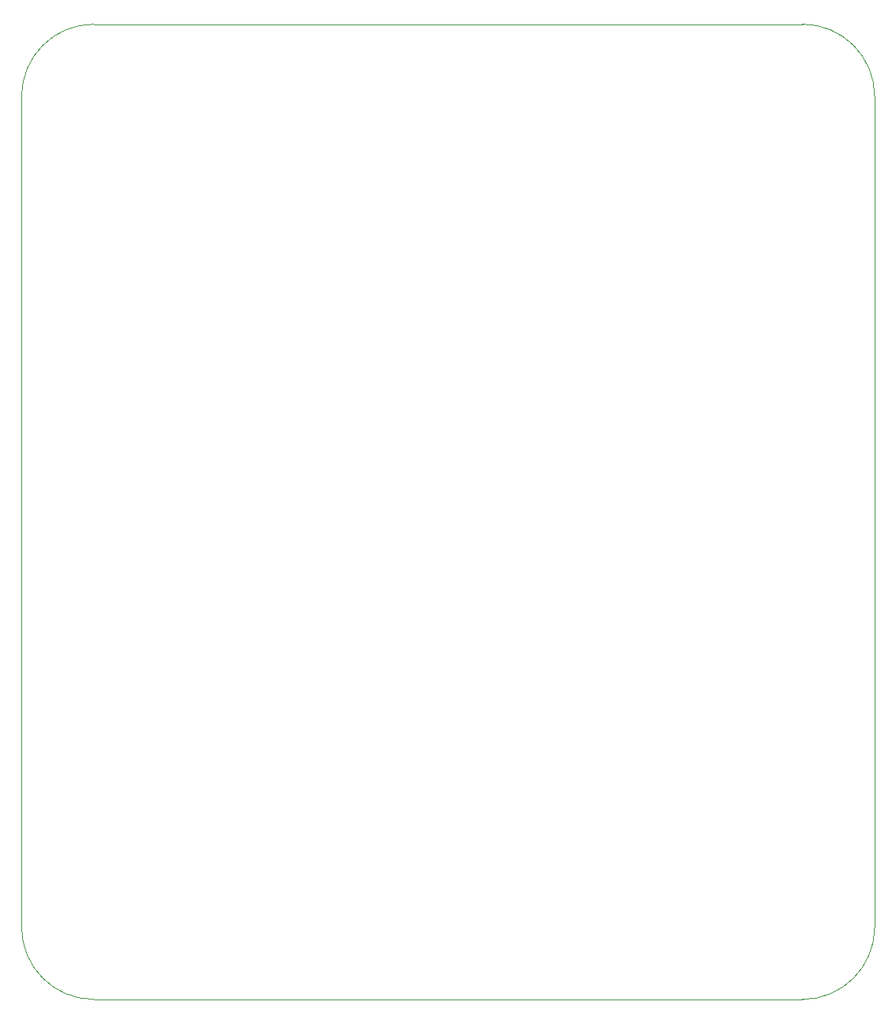
<source format=gbr>
%TF.GenerationSoftware,KiCad,Pcbnew,8.0.0*%
%TF.CreationDate,2024-03-24T17:19:02-07:00*%
%TF.ProjectId,Penta_OctoWS2811,50656e74-615f-44f6-9374-6f5753323831,rev?*%
%TF.SameCoordinates,Original*%
%TF.FileFunction,Profile,NP*%
%FSLAX46Y46*%
G04 Gerber Fmt 4.6, Leading zero omitted, Abs format (unit mm)*
G04 Created by KiCad (PCBNEW 8.0.0) date 2024-03-24 17:19:02*
%MOMM*%
%LPD*%
G01*
G04 APERTURE LIST*
%TA.AperFunction,Profile*%
%ADD10C,0.050000*%
%TD*%
G04 APERTURE END LIST*
D10*
X110750000Y-140500000D02*
G75*
G02*
X103000000Y-132750000I0J7750000D01*
G01*
X186750000Y-36000000D02*
G75*
G02*
X194500000Y-43750000I0J-7750000D01*
G01*
X194500000Y-43750000D02*
X194500000Y-132750000D01*
X110750000Y-140500000D02*
X186750000Y-140500000D01*
X110750000Y-36000000D02*
X186750000Y-36000000D01*
X103000000Y-43750000D02*
G75*
G02*
X110750000Y-36000000I7750000J0D01*
G01*
X194500000Y-132750000D02*
G75*
G02*
X186750000Y-140500000I-7750000J0D01*
G01*
X103000000Y-43750000D02*
X103000000Y-132750000D01*
M02*

</source>
